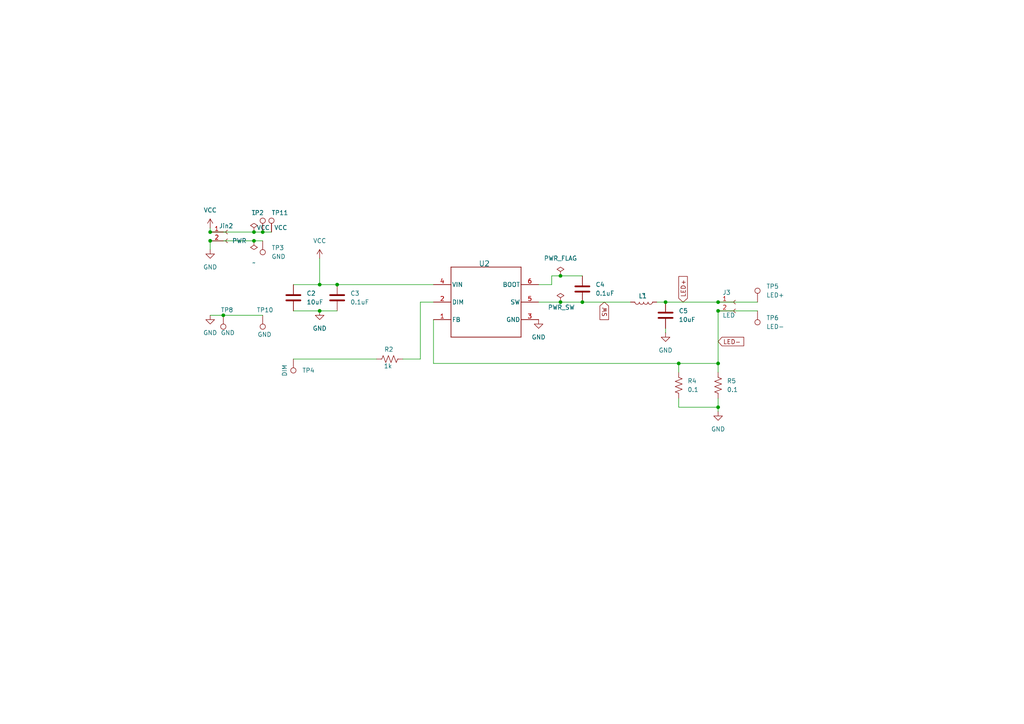
<source format=kicad_sch>
(kicad_sch (version 20250114) (generator "eeschema") (generator_version "9.0")
  (paper "A4")
  (lib_symbols
    (symbol "2024-10-01_00-17-47:TPS92200D2DDCR" (pin_names (offset 0.254))
      (property "Reference" "U" (at 0 2.54 0))
      (property "Value" "TPS92200D2DDCR" (at 0 0 0))
      (symbol "TPS92200D2DDCR_0_1"
        (polyline (pts (xy -10.16 10.16) (xy -10.16 -10.16)) (stroke (width 0.2032)))
        (polyline (pts (xy -10.16 -10.16) (xy 10.16 -10.16)) (stroke (width 0.2032)))
        (polyline (pts (xy 10.16 10.16) (xy -10.16 10.16)) (stroke (width 0.2032)))
        (polyline (pts (xy 10.16 -10.16) (xy 10.16 10.16)) (stroke (width 0.2032)))
        (pin power_in line (at -15.24 5.08 0) (length 5.08) (name "VIN") (number "4"))
        (pin input line (at -15.24 0 0) (length 5.08) (name "DIM") (number "2"))
        (pin input line (at -15.24 -5.08 0) (length 5.08) (name "FB") (number "1"))
        (pin power_in line (at 15.24 5.08 180) (length 5.08) (name "BOOT") (number "6"))
        (pin power_in line (at 15.24 0 180) (length 5.08) (name "SW") (number "5"))
        (pin power_in line (at 15.24 -5.08 180) (length 5.08) (name "GND") (number "3"))
      )
    )
    (symbol "Connector:Conn_01x02_Socket" (pin_names (offset 1.016) (hide yes))
      (property "Reference" "J" (at 0 2.54 0))
      (property "Value" "Conn_01x02_Socket" (at 0 -5.08 0))
      (symbol "Conn_01x02_Socket_1_1"
        (polyline (pts (xy -1.27 0) (xy -0.508 0)) (stroke (width 0.1524)))
        (polyline (pts (xy -1.27 -2.54) (xy -0.508 -2.54)) (stroke (width 0.1524)))
        (arc (start 0 -0.508) (mid -0.5058 0) (end 0 0.508) (stroke (width 0.1524)))
        (arc (start 0 -3.048) (mid -0.5058 -2.54) (end 0 -2.032) (stroke (width 0.1524)))
        (pin passive line (at -5.08 0 0) (length 3.81) (name "Pin_1") (number "1"))
        (pin passive line (at -5.08 -2.54 0) (length 3.81) (name "Pin_2") (number "2"))
      )
    )
    (symbol "Connector:TestPoint" (pin_numbers (hide yes)) (pin_names (offset 0.762) (hide yes))
      (property "Reference" "TP" (at 0 6.858 0))
      (property "Value" "TestPoint" (at 0 5.08 0))
      (symbol "TestPoint_0_1"
        (circle (center 0 3.302) (radius 0.762))
      )
      (symbol "TestPoint_1_1"
        (pin passive line (at 0 0 90) (length 2.54) (name "1") (number "1"))
      )
    )
    (symbol "Device:C" (pin_numbers (hide yes)) (pin_names (offset 0.254))
      (property "Reference" "C" (at 0.635 2.54 0))
      (property "Value" "C" (at 0.635 -2.54 0))
      (symbol "C_0_1"
        (polyline (pts (xy -2.032 0.762) (xy 2.032 0.762)) (stroke (width 0.508)))
        (polyline (pts (xy -2.032 -0.762) (xy 2.032 -0.762)) (stroke (width 0.508)))
      )
      (symbol "C_1_1"
        (pin passive line (at 0 3.81 270) (length 2.794) (name "~") (number "1"))
        (pin passive line (at 0 -3.81 90) (length 2.794) (name "~") (number "2"))
      )
    )
    (symbol "Device:L" (pin_numbers (hide yes)) (pin_names (offset 1.016) (hide yes))
      (property "Reference" "L" (at -1.27 0 90))
      (property "Value" "L" (at 1.905 0 90))
      (symbol "L_0_1"
        (arc (start 0 2.54) (mid 0.6323 1.905) (end 0 1.27))
        (arc (start 0 1.27) (mid 0.6323 0.635) (end 0 0))
        (arc (start 0 0) (mid 0.6323 -0.635) (end 0 -1.27))
        (arc (start 0 -1.27) (mid 0.6323 -1.905) (end 0 -2.54))
      )
      (symbol "L_1_1"
        (pin passive line (at 0 3.81 270) (length 1.27) (name "1") (number "1"))
        (pin passive line (at 0 -3.81 90) (length 1.27) (name "2") (number "2"))
      )
    )
    (symbol "Device:R_US" (pin_numbers (hide yes)) (pin_names (offset 0))
      (property "Reference" "R" (at 2.54 0 90))
      (property "Value" "R_US" (at -2.54 0 90))
      (symbol "R_US_0_1"
        (polyline (pts (xy 0 2.286) (xy 0 2.54)))
        (polyline (pts (xy 0 2.286) (xy 1.016 1.905) (xy 0 1.524) (xy -1.016 1.143) (xy 0 0.762)))
        (polyline (pts (xy 0 0.762) (xy 1.016 0.381) (xy 0 0) (xy -1.016 -0.381) (xy 0 -0.762)))
        (polyline (pts (xy 0 -0.762) (xy 1.016 -1.143) (xy 0 -1.524) (xy -1.016 -1.905) (xy 0 -2.286)))
        (polyline (pts (xy 0 -2.286) (xy 0 -2.54)))
      )
      (symbol "R_US_1_1"
        (pin passive line (at 0 3.81 270) (length 1.27) (name "~") (number "1"))
        (pin passive line (at 0 -3.81 90) (length 1.27) (name "~") (number "2"))
      )
    )
    (symbol "power:GND" (power) (pin_numbers (hide yes)) (pin_names (offset 0) (hide yes))
      (property "Value" "GND" (at 0 -3.81 0))
      (symbol "GND_0_1"
        (polyline (pts (xy 0 0) (xy 0 -1.27) (xy 1.27 -1.27) (xy 0 -2.54) (xy -1.27 -1.27) (xy 0 -1.27)))
      )
      (symbol "GND_1_1"
        (pin power_in line (at 0 0 270) (length 0) (name "~") (number "1"))
      )
    )
    (symbol "power:PWR_FLAG" (power) (pin_numbers (hide yes)) (pin_names (offset 0) (hide yes))
      (property "Value" "PWR_FLAG" (at 0 3.81 0))
      (symbol "PWR_FLAG_0_0"
        (pin power_out line (at 0 0 90) (length 0) (name "~") (number "1"))
      )
      (symbol "PWR_FLAG_0_1"
        (polyline (pts (xy 0 0) (xy 0 1.27) (xy -1.016 1.905) (xy 0 2.54) (xy 1.016 1.905) (xy 0 1.27)))
      )
    )
    (symbol "power:VCC" (power) (pin_numbers (hide yes)) (pin_names (offset 0) (hide yes))
      (property "Value" "VCC" (at 0 3.556 0))
      (symbol "VCC_0_1"
        (polyline (pts (xy -0.762 1.27) (xy 0 2.54)))
        (polyline (pts (xy 0 2.54) (xy 0.762 1.27)))
        (polyline (pts (xy 0 0) (xy 0 2.54)))
      )
      (symbol "VCC_1_1"
        (pin power_in line (at 0 0 90) (length 0) (name "~") (number "1"))
      )
    )
  )
  (junction (at 64.77 91.44))
  (junction (at 73.66 69.85))
  (junction (at 76.2 67.31))
  (junction (at 92.71 90.17))
  (junction (at 162.56 87.63))
  (junction (at 193.04 87.63))
  (junction (at 208.28 90.17))
  (junction (at 208.28 118.11))
  (junction (at 60.96 67.31))
  (junction (at 162.56 80.01))
  (junction (at 92.71 82.55))
  (junction (at 60.96 69.85))
  (junction (at 208.28 87.63))
  (junction (at 196.85 105.41))
  (junction (at 168.91 87.63))
  (junction (at 97.79 82.55))
  (junction (at 73.66 67.31))
  (junction (at 208.28 105.41))
  (wire (pts (xy 162.56 80.01) (xy 168.91 80.01)))
  (wire (pts (xy 162.56 87.63) (xy 168.91 87.63)))
  (wire (pts (xy 125.73 92.71) (xy 125.73 105.41)))
  (wire (pts (xy 60.96 67.31) (xy 73.66 67.31)))
  (wire (pts (xy 116.84 104.14) (xy 121.92 104.14)))
  (wire (pts (xy 208.28 107.95) (xy 208.28 105.41)))
  (wire (pts (xy 193.04 95.25) (xy 193.04 96.52)))
  (wire (pts (xy 193.04 87.63) (xy 208.28 87.63)))
  (wire (pts (xy 196.85 115.57) (xy 196.85 118.11)))
  (wire (pts (xy 64.77 91.44) (xy 76.2 91.44)))
  (wire (pts (xy 92.71 74.93) (xy 92.71 82.55)))
  (wire (pts (xy 125.73 105.41) (xy 196.85 105.41)))
  (wire (pts (xy 97.79 82.55) (xy 125.73 82.55)))
  (wire (pts (xy 208.28 90.17) (xy 208.28 105.41)))
  (wire (pts (xy 73.66 67.31) (xy 76.2 67.31)))
  (wire (pts (xy 85.09 90.17) (xy 92.71 90.17)))
  (wire (pts (xy 76.2 67.31) (xy 78.74 67.31)))
  (wire (pts (xy 60.96 69.85) (xy 73.66 69.85)))
  (wire (pts (xy 60.96 66.04) (xy 60.96 67.31)))
  (wire (pts (xy 121.92 87.63) (xy 125.73 87.63)))
  (wire (pts (xy 73.66 69.85) (xy 76.2 69.85)))
  (wire (pts (xy 208.28 87.63) (xy 219.71 87.63)))
  (wire (pts (xy 60.96 91.44) (xy 64.77 91.44)))
  (wire (pts (xy 60.96 69.85) (xy 60.96 72.39)))
  (wire (pts (xy 92.71 90.17) (xy 97.79 90.17)))
  (wire (pts (xy 208.28 118.11) (xy 208.28 119.38)))
  (wire (pts (xy 160.02 82.55) (xy 160.02 80.01)))
  (wire (pts (xy 208.28 90.17) (xy 219.71 90.17)))
  (wire (pts (xy 208.28 115.57) (xy 208.28 118.11)))
  (wire (pts (xy 196.85 105.41) (xy 208.28 105.41)))
  (wire (pts (xy 156.21 87.63) (xy 162.56 87.63)))
  (wire (pts (xy 85.09 82.55) (xy 92.71 82.55)))
  (wire (pts (xy 156.21 82.55) (xy 160.02 82.55)))
  (wire (pts (xy 190.5 87.63) (xy 193.04 87.63)))
  (wire (pts (xy 196.85 105.41) (xy 196.85 107.95)))
  (wire (pts (xy 85.09 104.14) (xy 109.22 104.14)))
  (wire (pts (xy 121.92 104.14) (xy 121.92 87.63)))
  (wire (pts (xy 168.91 87.63) (xy 182.88 87.63)))
  (wire (pts (xy 92.71 82.55) (xy 97.79 82.55)))
  (wire (pts (xy 196.85 118.11) (xy 208.28 118.11)))
  (wire (pts (xy 160.02 80.01) (xy 162.56 80.01)))
  (global_label "LED-" (shape input) (at 208.28 99.06 0) (property "Intersheetrefs" "${INTERSHEET_REFS}" (effects (hide yes))))
  (global_label "SW" (shape input) (at 175.26 87.63 270) (property "Intersheetrefs" "${INTERSHEET_REFS}" (effects (hide yes))))
  (global_label "LED+" (shape input) (at 198.12 87.63 90) (property "Intersheetrefs" "${INTERSHEET_REFS}" (effects (hide yes))))
  (symbol (lib_id "power:PWR_FLAG") (at 73.66 67.31 0) (unit 1)
    (property "Reference" "#FLG02" (effects (hide yes)))
    (property "Value" "~" (at 73.66 62.23 0))
    (property "Description" "Special symbol for telling ERC where power comes from" (effects (hide yes)))
  )
  (symbol (lib_id "Connector:TestPoint") (at 78.74 67.31 0) (unit 1)
    (property "Reference" "TP11" (at 78.74 61.722 0) (effects (justify left)))
    (property "Value" "VCC" (at 79.502 66.04 0) (effects (justify left)))
    (property "Footprint" "TestPoint:TestPoint_Pad_1.5x1.5mm" (effects (hide yes)))
    (property "Description" "test point" (effects (hide yes)))
  )
  (symbol (lib_id "Device:L") (at 186.69 87.63 270) (unit 1)
    (property "Reference" "L1" (at 186.436 85.852 90))
    (property "Value" "~" (at 186.69 85.09 90))
    (property "Footprint" "Inductor_SMD:L_Bourns_SRR1260" (effects (hide yes)))
    (property "Description" "Inductor" (effects (hide yes)))
  )
  (symbol (lib_id "2024-10-01_00-17-47:TPS92200D2DDCR") (at 140.97 87.63 0) (unit 1)
    (property "Reference" "U2" (at 140.462 76.454 0) (effects (font (size 1.524 1.524))))
    (property "Value" "TPS92200" (effects (hide yes)))
    (property "Footprint" "footprints:DDC0006A_N" (effects (hide yes)))
    (property "Datasheet" "TPS92200D2DDCR" (effects (hide yes)))
  )
  (symbol (lib_id "Device:R_US") (at 208.28 111.76 180) (unit 1)
    (property "Reference" "R5" (at 210.82 110.4899 0) (effects (justify right)))
    (property "Value" "0.1" (at 210.82 113.0299 0) (effects (justify right)))
    (property "Footprint" "Resistor_SMD:R_1206_3216Metric" (effects (hide yes)))
    (property "Description" "Resistor, US symbol" (effects (hide yes)))
  )
  (symbol (lib_id "power:GND") (at 193.04 96.52 0) (unit 1)
    (property "Reference" "#PWR05" (effects (hide yes)))
    (property "Value" "GND" (at 193.04 101.6 0))
    (property "Description" "Power symbol creates a global label with name \"GND\" , ground" (effects (hide yes)))
  )
  (symbol (lib_id "Connector:TestPoint") (at 76.2 69.85 180) (unit 1)
    (property "Reference" "TP3" (at 78.74 71.8819 0) (effects (justify right)))
    (property "Value" "GND" (at 78.74 74.4219 0) (effects (justify right)))
    (property "Footprint" "TestPoint:TestPoint_Pad_1.5x1.5mm" (effects (hide yes)))
    (property "Description" "test point" (effects (hide yes)))
  )
  (symbol (lib_id "Connector:TestPoint") (at 76.2 91.44 180) (unit 1)
    (property "Reference" "TP10" (at 74.422 89.916 0) (effects (justify right)))
    (property "Value" "GND" (at 74.676 97.028 0) (effects (justify right)))
    (property "Footprint" "TestPoint:TestPoint_Pad_1.5x1.5mm" (effects (hide yes)))
    (property "Description" "test point" (effects (hide yes)))
  )
  (symbol (lib_id "Connector:TestPoint") (at 76.2 67.31 0) (unit 1)
    (property "Reference" "TP2" (at 72.898 61.722 0) (effects (justify left)))
    (property "Value" "VCC" (at 74.422 66.04 0) (effects (justify left)))
    (property "Footprint" "TestPoint:TestPoint_Pad_1.5x1.5mm" (effects (hide yes)))
    (property "Description" "test point" (effects (hide yes)))
  )
  (symbol (lib_id "power:PWR_FLAG") (at 162.56 87.63 0) (unit 1)
    (property "Reference" "#FLG03" (effects (hide yes)))
    (property "Value" "PWR_SW" (at 162.814 89.154 0))
    (property "Description" "Special symbol for telling ERC where power comes from" (effects (hide yes)))
  )
  (symbol (lib_id "power:GND") (at 156.21 92.71 0) (unit 1)
    (property "Reference" "#PWR06" (effects (hide yes)))
    (property "Value" "GND" (at 156.21 97.79 0))
    (property "Description" "Power symbol creates a global label with name \"GND\" , ground" (effects (hide yes)))
  )
  (symbol (lib_id "power:VCC") (at 60.96 66.04 0) (unit 1)
    (property "Reference" "#PWR01" (effects (hide yes)))
    (property "Value" "VCC" (at 60.96 60.96 0))
    (property "Description" "Power symbol creates a global label with name \"VCC\"" (effects (hide yes)))
  )
  (symbol (lib_id "Connector:TestPoint") (at 85.09 104.14 180) (unit 1)
    (property "Reference" "TP4" (at 87.63 107.4419 0) (effects (justify right)))
    (property "Value" "DIM" (at 82.55 107.442 90))
    (property "Footprint" "TestPoint:TestPoint_Pad_1.5x1.5mm" (effects (hide yes)))
    (property "Description" "test point" (effects (hide yes)))
  )
  (symbol (lib_id "power:PWR_FLAG") (at 73.66 69.85 180) (unit 1)
    (property "Reference" "#FLG04" (effects (hide yes)))
    (property "Value" "~" (at 73.66 76.2 0))
    (property "Description" "Special symbol for telling ERC where power comes from" (effects (hide yes)))
  )
  (symbol (lib_id "Connector:TestPoint") (at 64.77 91.44 180) (unit 1)
    (property "Reference" "TP8" (at 64.008 89.916 0) (effects (justify right)))
    (property "Value" "GND" (at 64.008 96.52 0) (effects (justify right)))
    (property "Footprint" "TestPoint:TestPoint_Pad_1.5x1.5mm" (effects (hide yes)))
    (property "Description" "test point" (effects (hide yes)))
  )
  (symbol (lib_id "power:GND") (at 60.96 72.39 0) (unit 1)
    (property "Reference" "#PWR03" (effects (hide yes)))
    (property "Value" "GND" (at 60.96 77.47 0))
    (property "Description" "Power symbol creates a global label with name \"GND\" , ground" (effects (hide yes)))
  )
  (symbol (lib_id "Connector:Conn_01x02_Socket") (at 213.36 87.63 0) (unit 1)
    (property "Reference" "J3" (at 209.55 84.836 0) (effects (justify left)))
    (property "Value" "LED" (at 209.55 91.44 0) (effects (justify left)))
    (property "Footprint" "Connector_PinHeader_2.54mm:PinHeader_1x02_P2.54mm_Vertical" (effects (hide yes)))
    (property "Description" "Generic connector, single row, 01x02, script generated" (effects (hide yes)))
  )
  (symbol (lib_id "power:GND") (at 92.71 90.17 0) (unit 1)
    (property "Reference" "#PWR04" (effects (hide yes)))
    (property "Value" "GND" (at 92.71 95.25 0))
    (property "Description" "Power symbol creates a global label with name \"GND\" , ground" (effects (hide yes)))
  )
  (symbol (lib_id "Device:C") (at 193.04 91.44 0) (unit 1)
    (property "Reference" "C5" (at 196.85 90.1699 0) (effects (justify left)))
    (property "Value" "10uF" (at 196.85 92.7099 0) (effects (justify left)))
    (property "Footprint" "Capacitor_SMD:C_1210_3225Metric" (effects (hide yes)))
    (property "Description" "Unpolarized capacitor" (effects (hide yes)))
  )
  (symbol (lib_id "Device:C") (at 97.79 86.36 0) (unit 1)
    (property "Reference" "C3" (at 101.6 85.0899 0) (effects (justify left)))
    (property "Value" "0.1uF" (at 101.6 87.6299 0) (effects (justify left)))
    (property "Footprint" "Capacitor_SMD:C_0805_2012Metric" (effects (hide yes)))
    (property "Description" "Unpolarized capacitor" (effects (hide yes)))
  )
  (symbol (lib_id "power:GND") (at 60.96 91.44 0) (unit 1)
    (property "Reference" "#PWR08" (effects (hide yes)))
    (property "Value" "GND" (at 60.96 96.52 0))
    (property "Description" "Power symbol creates a global label with name \"GND\" , ground" (effects (hide yes)))
  )
  (symbol (lib_id "power:VCC") (at 92.71 74.93 0) (unit 1)
    (property "Reference" "#PWR02" (effects (hide yes)))
    (property "Value" "VCC" (at 92.71 69.85 0))
    (property "Description" "Power symbol creates a global label with name \"VCC\"" (effects (hide yes)))
  )
  (symbol (lib_id "power:PWR_FLAG") (at 162.56 80.01 0) (unit 1)
    (property "Reference" "#FLG05" (effects (hide yes)))
    (property "Value" "PWR_FLAG" (at 162.56 74.93 0))
    (property "Description" "Special symbol for telling ERC where power comes from" (effects (hide yes)))
  )
  (symbol (lib_id "Connector:Conn_01x02_Socket") (at 66.04 67.31 0) (unit 1)
    (property "Reference" "Jin2" (at 63.5 65.532 0) (effects (justify left)))
    (property "Value" "PWR" (at 67.31 69.8499 0) (effects (justify left)))
    (property "Footprint" "Connector_PinHeader_2.54mm:PinHeader_1x02_P2.54mm_Vertical" (effects (hide yes)))
    (property "Description" "Generic connector, single row, 01x02, script generated" (effects (hide yes)))
  )
  (symbol (lib_id "Device:R_US") (at 113.03 104.14 270) (unit 1)
    (property "Reference" "R2" (at 112.776 101.346 90))
    (property "Value" "1k" (at 112.522 106.172 90))
    (property "Footprint" "Resistor_SMD:R_0805_2012Metric" (effects (hide yes)))
    (property "Description" "Resistor, US symbol" (effects (hide yes)))
  )
  (symbol (lib_id "power:GND") (at 208.28 119.38 0) (unit 1)
    (property "Reference" "#PWR07" (effects (hide yes)))
    (property "Value" "GND" (at 208.28 124.46 0))
    (property "Description" "Power symbol creates a global label with name \"GND\" , ground" (effects (hide yes)))
  )
  (symbol (lib_id "Connector:TestPoint") (at 219.71 90.17 180) (unit 1)
    (property "Reference" "TP6" (at 222.25 92.2019 0) (effects (justify right)))
    (property "Value" "LED-" (at 222.25 94.7419 0) (effects (justify right)))
    (property "Footprint" "TestPoint:TestPoint_Pad_1.5x1.5mm" (effects (hide yes)))
    (property "Description" "test point" (effects (hide yes)))
  )
  (symbol (lib_id "Device:C") (at 85.09 86.36 0) (unit 1)
    (property "Reference" "C2" (at 88.9 85.0899 0) (effects (justify left)))
    (property "Value" "10uF" (at 88.9 87.6299 0) (effects (justify left)))
    (property "Footprint" "Capacitor_SMD:C_1210_3225Metric" (effects (hide yes)))
    (property "Description" "Unpolarized capacitor" (effects (hide yes)))
  )
  (symbol (lib_id "Device:C") (at 168.91 83.82 0) (unit 1)
    (property "Reference" "C4" (at 172.72 82.5499 0) (effects (justify left)))
    (property "Value" "0.1uF" (at 172.72 85.0899 0) (effects (justify left)))
    (property "Footprint" "Capacitor_SMD:C_0805_2012Metric" (effects (hide yes)))
    (property "Description" "Unpolarized capacitor" (effects (hide yes)))
  )
  (symbol (lib_id "Connector:TestPoint") (at 219.71 87.63 0) (unit 1)
    (property "Reference" "TP5" (at 222.25 83.0579 0) (effects (justify left)))
    (property "Value" "LED+" (at 222.25 85.5979 0) (effects (justify left)))
    (property "Footprint" "TestPoint:TestPoint_Pad_1.5x1.5mm" (effects (hide yes)))
    (property "Description" "test point" (effects (hide yes)))
  )
  (symbol (lib_id "Device:R_US") (at 196.85 111.76 180) (unit 1)
    (property "Reference" "R4" (at 199.39 110.4899 0) (effects (justify right)))
    (property "Value" "0.1" (at 199.39 113.0299 0) (effects (justify right)))
    (property "Footprint" "Resistor_SMD:R_1206_3216Metric" (effects (hide yes)))
    (property "Description" "Resistor, US symbol" (effects (hide yes)))
  )
)
</source>
